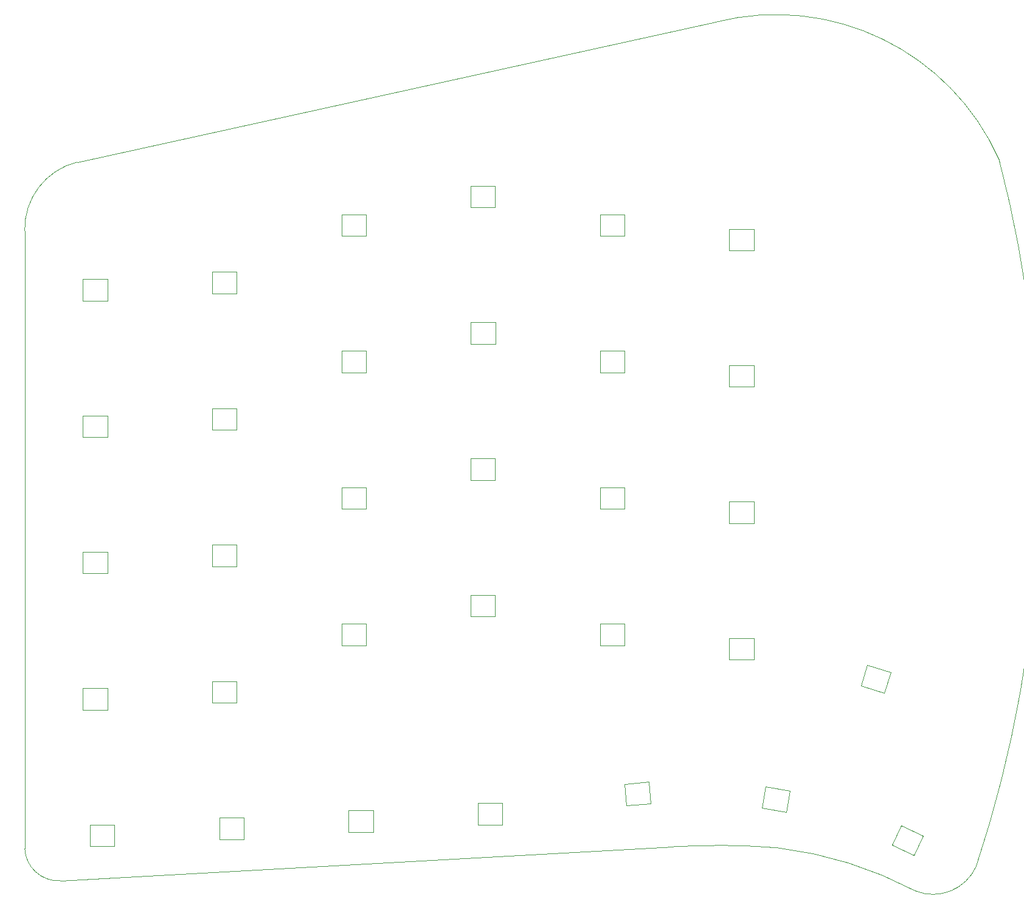
<source format=gbr>
%TF.GenerationSoftware,KiCad,Pcbnew,(6.0.0)*%
%TF.CreationDate,2022-05-14T17:53:23+09:00*%
%TF.ProjectId,brimstone2b,6272696d-7374-46f6-9e65-32622e6b6963,rev?*%
%TF.SameCoordinates,Original*%
%TF.FileFunction,Profile,NP*%
%FSLAX46Y46*%
G04 Gerber Fmt 4.6, Leading zero omitted, Abs format (unit mm)*
G04 Created by KiCad (PCBNEW (6.0.0)) date 2022-05-14 17:53:23*
%MOMM*%
%LPD*%
G01*
G04 APERTURE LIST*
%TA.AperFunction,Profile*%
%ADD10C,0.100000*%
%TD*%
%TA.AperFunction,Profile*%
%ADD11C,0.120000*%
%TD*%
G04 APERTURE END LIST*
D10*
X196540000Y-47467049D02*
G75*
G03*
X157070000Y-28307049I-31089731J-13810983D01*
G01*
X184870000Y-149318524D02*
G75*
G03*
X165680000Y-143317049I-25668312J-48394436D01*
G01*
X60870187Y-143411389D02*
X60870000Y-57407049D01*
X68170000Y-47807048D02*
G75*
G03*
X60870000Y-57407049I2285385J-9313366D01*
G01*
X193340000Y-145917049D02*
G75*
G03*
X196540000Y-47467049I-164715043J54630872D01*
G01*
X60870187Y-143411389D02*
G75*
G03*
X65770000Y-147907049I4699813J204340D01*
G01*
X165680000Y-143317049D02*
G75*
G03*
X151030000Y-143177049I-8309140J-102913214D01*
G01*
X68170000Y-47807049D02*
X157070000Y-28307049D01*
X184870000Y-149318524D02*
G75*
G03*
X193340000Y-145917049I2465772J6106284D01*
G01*
X151030000Y-143177049D02*
X65770000Y-147907049D01*
D11*
%TO.C,D130*%
X144370000Y-115110000D02*
X140970000Y-115110000D01*
X144370000Y-112110000D02*
X144370000Y-115110000D01*
X140970000Y-115110000D02*
X140970000Y-112110000D01*
X140970000Y-112110000D02*
X144370000Y-112110000D01*
%TO.C,D128*%
X86970000Y-66110000D02*
X86970000Y-63110000D01*
X90370000Y-63110000D02*
X90370000Y-66110000D01*
X86970000Y-63110000D02*
X90370000Y-63110000D01*
X90370000Y-66110000D02*
X86970000Y-66110000D01*
%TO.C,D105*%
X123970000Y-140110000D02*
X123970000Y-137110000D01*
X127370000Y-137110000D02*
X127370000Y-140110000D01*
X123970000Y-137110000D02*
X127370000Y-137110000D01*
X127370000Y-140110000D02*
X123970000Y-140110000D01*
%TO.C,D103*%
X104970000Y-74120000D02*
X108370000Y-74120000D01*
X104970000Y-77120000D02*
X104970000Y-74120000D01*
X108370000Y-77120000D02*
X104970000Y-77120000D01*
X108370000Y-74120000D02*
X108370000Y-77120000D01*
%TO.C,D113*%
X158970000Y-57110000D02*
X162370000Y-57110000D01*
X162370000Y-57110000D02*
X162370000Y-60110000D01*
X158970000Y-60110000D02*
X158970000Y-57110000D01*
X162370000Y-60110000D02*
X158970000Y-60110000D01*
%TO.C,D111*%
X144667203Y-137422457D02*
X144405735Y-134433873D01*
X147792797Y-134137543D02*
X148054265Y-137126127D01*
X144405735Y-134433873D02*
X147792797Y-134137543D01*
X148054265Y-137126127D02*
X144667203Y-137422457D01*
%TO.C,D121*%
X105970000Y-141110000D02*
X105970000Y-138110000D01*
X105970000Y-138110000D02*
X109370000Y-138110000D01*
X109370000Y-138110000D02*
X109370000Y-141110000D01*
X109370000Y-141110000D02*
X105970000Y-141110000D01*
%TO.C,D102*%
X185954651Y-141618989D02*
X184686796Y-144337913D01*
X181605349Y-142901011D02*
X182873204Y-140182087D01*
X182873204Y-140182087D02*
X185954651Y-141618989D01*
X184686796Y-144337913D02*
X181605349Y-142901011D01*
%TO.C,D127*%
X72370000Y-105110000D02*
X68970000Y-105110000D01*
X72370000Y-102110000D02*
X72370000Y-105110000D01*
X68970000Y-102110000D02*
X72370000Y-102110000D01*
X68970000Y-105110000D02*
X68970000Y-102110000D01*
%TO.C,D116*%
X68970000Y-124100000D02*
X68970000Y-121100000D01*
X72370000Y-121100000D02*
X72370000Y-124100000D01*
X72370000Y-124100000D02*
X68970000Y-124100000D01*
X68970000Y-121100000D02*
X72370000Y-121100000D01*
%TO.C,D115*%
X162370000Y-98110000D02*
X158970000Y-98110000D01*
X162370000Y-95110000D02*
X162370000Y-98110000D01*
X158970000Y-98110000D02*
X158970000Y-95110000D01*
X158970000Y-95110000D02*
X162370000Y-95110000D01*
%TO.C,D118*%
X108370000Y-58110000D02*
X104970000Y-58110000D01*
X104970000Y-58110000D02*
X104970000Y-55110000D01*
X108370000Y-55110000D02*
X108370000Y-58110000D01*
X104970000Y-55110000D02*
X108370000Y-55110000D01*
%TO.C,D101*%
X177287622Y-120709376D02*
X178189740Y-117848225D01*
X180530260Y-121731775D02*
X177287622Y-120709376D01*
X181432378Y-118870624D02*
X180530260Y-121731775D01*
X178189740Y-117848225D02*
X181432378Y-118870624D01*
%TO.C,D129*%
X140980000Y-74105000D02*
X144380000Y-74105000D01*
X144380000Y-77105000D02*
X140980000Y-77105000D01*
X140980000Y-77105000D02*
X140980000Y-74105000D01*
X144380000Y-74105000D02*
X144380000Y-77105000D01*
%TO.C,D124*%
X162370000Y-76110000D02*
X162370000Y-79110000D01*
X158970000Y-76110000D02*
X162370000Y-76110000D01*
X158970000Y-79110000D02*
X158970000Y-76110000D01*
X162370000Y-79110000D02*
X158970000Y-79110000D01*
%TO.C,D125*%
X158970000Y-114110000D02*
X162370000Y-114110000D01*
X162370000Y-117110000D02*
X158970000Y-117110000D01*
X158970000Y-117110000D02*
X158970000Y-114110000D01*
X162370000Y-114110000D02*
X162370000Y-117110000D01*
%TO.C,D109*%
X90370000Y-82110000D02*
X90370000Y-85110000D01*
X86970000Y-82110000D02*
X90370000Y-82110000D01*
X90370000Y-85110000D02*
X86970000Y-85110000D01*
X86970000Y-85110000D02*
X86970000Y-82110000D01*
%TO.C,D114*%
X72380000Y-83105000D02*
X72380000Y-86105000D01*
X72380000Y-86105000D02*
X68980000Y-86105000D01*
X68980000Y-83105000D02*
X72380000Y-83105000D01*
X68980000Y-86105000D02*
X68980000Y-83105000D01*
%TO.C,D104*%
X108370000Y-115110000D02*
X104970000Y-115110000D01*
X104970000Y-112110000D02*
X108370000Y-112110000D01*
X104970000Y-115110000D02*
X104970000Y-112110000D01*
X108370000Y-112110000D02*
X108370000Y-115110000D01*
%TO.C,D131*%
X86970000Y-101120000D02*
X90370000Y-101120000D01*
X86970000Y-104120000D02*
X86970000Y-101120000D01*
X90370000Y-104120000D02*
X86970000Y-104120000D01*
X90370000Y-101120000D02*
X90370000Y-104120000D01*
%TO.C,D112*%
X144370000Y-96110000D02*
X140970000Y-96110000D01*
X140970000Y-96110000D02*
X140970000Y-93110000D01*
X140970000Y-93110000D02*
X144370000Y-93110000D01*
X144370000Y-93110000D02*
X144370000Y-96110000D01*
%TO.C,D117*%
X164036299Y-134767586D02*
X167384645Y-135357990D01*
X166863701Y-138312414D02*
X163515355Y-137722010D01*
X163515355Y-137722010D02*
X164036299Y-134767586D01*
X167384645Y-135357990D02*
X166863701Y-138312414D01*
%TO.C,D123*%
X72370000Y-64110000D02*
X72370000Y-67110000D01*
X72370000Y-67110000D02*
X68970000Y-67110000D01*
X68970000Y-67110000D02*
X68970000Y-64110000D01*
X68970000Y-64110000D02*
X72370000Y-64110000D01*
%TO.C,D110*%
X90370000Y-123110000D02*
X86970000Y-123110000D01*
X86970000Y-120110000D02*
X90370000Y-120110000D01*
X90370000Y-120110000D02*
X90370000Y-123110000D01*
X86970000Y-123110000D02*
X86970000Y-120110000D01*
%TO.C,D126*%
X73370000Y-140110000D02*
X73370000Y-143110000D01*
X69970000Y-143110000D02*
X69970000Y-140110000D01*
X69970000Y-140110000D02*
X73370000Y-140110000D01*
X73370000Y-143110000D02*
X69970000Y-143110000D01*
%TO.C,D120*%
X126370000Y-108110000D02*
X126370000Y-111110000D01*
X122970000Y-108110000D02*
X126370000Y-108110000D01*
X122970000Y-111110000D02*
X122970000Y-108110000D01*
X126370000Y-111110000D02*
X122970000Y-111110000D01*
%TO.C,D107*%
X126370000Y-89100000D02*
X126370000Y-92100000D01*
X126370000Y-92100000D02*
X122970000Y-92100000D01*
X122970000Y-89100000D02*
X126370000Y-89100000D01*
X122970000Y-92100000D02*
X122970000Y-89100000D01*
%TO.C,D122*%
X108370000Y-96110000D02*
X104970000Y-96110000D01*
X108370000Y-93110000D02*
X108370000Y-96110000D01*
X104970000Y-96110000D02*
X104970000Y-93110000D01*
X104970000Y-93110000D02*
X108370000Y-93110000D01*
%TO.C,D119*%
X126390000Y-73120000D02*
X122990000Y-73120000D01*
X122990000Y-70120000D02*
X126390000Y-70120000D01*
X126390000Y-70120000D02*
X126390000Y-73120000D01*
X122990000Y-73120000D02*
X122990000Y-70120000D01*
%TO.C,D106*%
X122970000Y-51110000D02*
X126370000Y-51110000D01*
X126370000Y-51110000D02*
X126370000Y-54110000D01*
X126370000Y-54110000D02*
X122970000Y-54110000D01*
X122970000Y-54110000D02*
X122970000Y-51110000D01*
%TO.C,D132*%
X91370000Y-142110000D02*
X87970000Y-142110000D01*
X87970000Y-142110000D02*
X87970000Y-139110000D01*
X87970000Y-139110000D02*
X91370000Y-139110000D01*
X91370000Y-139110000D02*
X91370000Y-142110000D01*
%TO.C,D108*%
X144380000Y-58110000D02*
X140980000Y-58110000D01*
X140980000Y-55110000D02*
X144380000Y-55110000D01*
X144380000Y-55110000D02*
X144380000Y-58110000D01*
X140980000Y-58110000D02*
X140980000Y-55110000D01*
%TD*%
M02*

</source>
